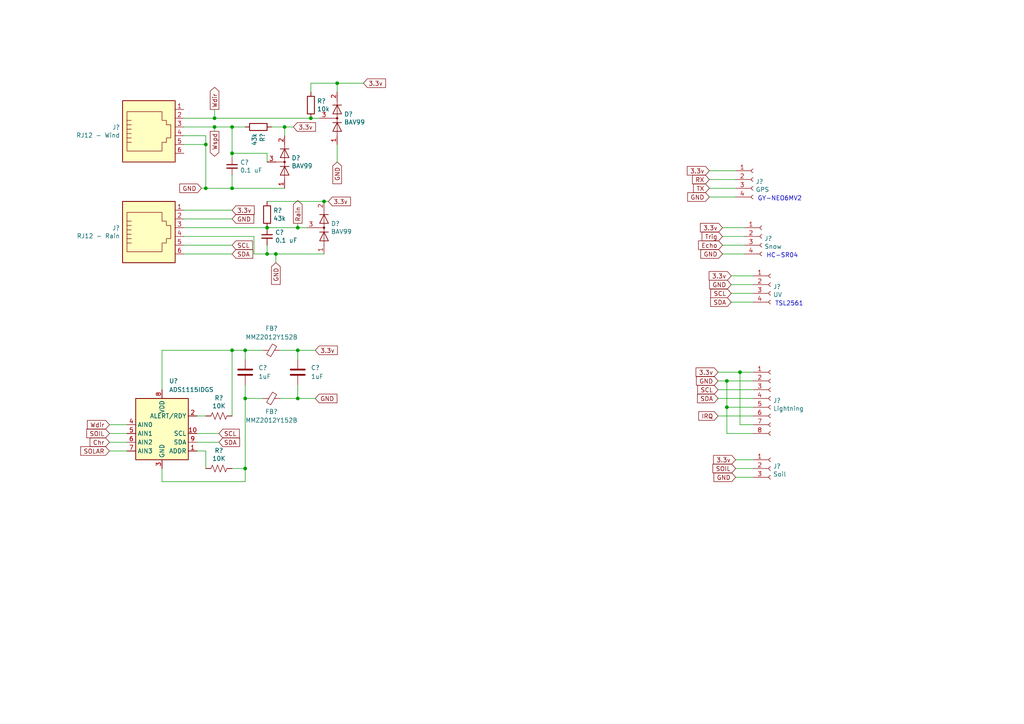
<source format=kicad_sch>
(kicad_sch (version 20211123) (generator eeschema)
  (paper "A4")
  (lib_symbols
    (symbol "Analog_ADC:ADS1115IDGS"
      (property "Reference" "U" (at 2.54 13.97 0))
      (property "Value" "ADS1115IDGS" (at 7.62 11.43 0))
      (symbol "ADS1115IDGS_0_1"
        (rectangle (start -7.62 10.16) (end 7.62 -7.62) (stroke (width 0.254)) (fill (type background)))
      )
      (symbol "ADS1115IDGS_1_1"
        (pin input line (at 10.16 -5.08 180) (length 2.54) (name "ADDR") (number "1"))
        (pin input line (at 10.16 0 180) (length 2.54) (name "SCL") (number "10"))
        (pin output line (at 10.16 5.08 180) (length 2.54) (name "ALERT/RDY") (number "2"))
        (pin power_in line (at 0 -10.16 90) (length 2.54) (name "GND") (number "3"))
        (pin input line (at -10.16 2.54 0) (length 2.54) (name "AIN0") (number "4"))
        (pin input line (at -10.16 0 0) (length 2.54) (name "AIN1") (number "5"))
        (pin input line (at -10.16 -2.54 0) (length 2.54) (name "AIN2") (number "6"))
        (pin input line (at -10.16 -5.08 0) (length 2.54) (name "AIN3") (number "7"))
        (pin power_in line (at 0 12.7 270) (length 2.54) (name "VDD") (number "8"))
        (pin bidirectional line (at 10.16 -2.54 180) (length 2.54) (name "SDA") (number "9"))
      )
    )
    (symbol "Connector:Conn_01x03_Female" (pin_names (offset 1.016) hide)
      (property "Reference" "J" (at 0 5.08 0))
      (property "Value" "Conn_01x03_Female" (at 0 -5.08 0))
      (symbol "Conn_01x03_Female_1_1"
        (arc (start 0 -2.032) (mid -0.508 -2.54) (end 0 -3.048) (stroke (width 0.1524)))
        (polyline (pts (xy -1.27 -2.54) (xy -0.508 -2.54)) (stroke (width 0.1524)))
        (polyline (pts (xy -1.27 0) (xy -0.508 0)) (stroke (width 0.1524)))
        (polyline (pts (xy -1.27 2.54) (xy -0.508 2.54)) (stroke (width 0.1524)))
        (arc (start 0 0.508) (mid -0.508 0) (end 0 -0.508) (stroke (width 0.1524)))
        (arc (start 0 3.048) (mid -0.508 2.54) (end 0 2.032) (stroke (width 0.1524)))
        (pin passive line (at -5.08 2.54 0) (length 3.81) (name "Pin_1") (number "1"))
        (pin passive line (at -5.08 0 0) (length 3.81) (name "Pin_2") (number "2"))
        (pin passive line (at -5.08 -2.54 0) (length 3.81) (name "Pin_3") (number "3"))
      )
    )
    (symbol "Connector:Conn_01x04_Female" (pin_names (offset 1.016) hide)
      (property "Reference" "J" (at 0 5.08 0))
      (property "Value" "Conn_01x04_Female" (at 0 -7.62 0))
      (symbol "Conn_01x04_Female_1_1"
        (arc (start 0 -4.572) (mid -0.508 -5.08) (end 0 -5.588) (stroke (width 0.1524)))
        (arc (start 0 -2.032) (mid -0.508 -2.54) (end 0 -3.048) (stroke (width 0.1524)))
        (polyline (pts (xy -1.27 -5.08) (xy -0.508 -5.08)) (stroke (width 0.1524)))
        (polyline (pts (xy -1.27 -2.54) (xy -0.508 -2.54)) (stroke (width 0.1524)))
        (polyline (pts (xy -1.27 0) (xy -0.508 0)) (stroke (width 0.1524)))
        (polyline (pts (xy -1.27 2.54) (xy -0.508 2.54)) (stroke (width 0.1524)))
        (arc (start 0 0.508) (mid -0.508 0) (end 0 -0.508) (stroke (width 0.1524)))
        (arc (start 0 3.048) (mid -0.508 2.54) (end 0 2.032) (stroke (width 0.1524)))
        (pin passive line (at -5.08 2.54 0) (length 3.81) (name "Pin_1") (number "1"))
        (pin passive line (at -5.08 0 0) (length 3.81) (name "Pin_2") (number "2"))
        (pin passive line (at -5.08 -2.54 0) (length 3.81) (name "Pin_3") (number "3"))
        (pin passive line (at -5.08 -5.08 0) (length 3.81) (name "Pin_4") (number "4"))
      )
    )
    (symbol "Connector:Conn_01x08_Female" (pin_names (offset 1.016) hide)
      (property "Reference" "J" (at 0 10.16 0))
      (property "Value" "Conn_01x08_Female" (at 0 -12.7 0))
      (symbol "Conn_01x08_Female_1_1"
        (arc (start 0 -9.652) (mid -0.508 -10.16) (end 0 -10.668) (stroke (width 0.1524)))
        (arc (start 0 -7.112) (mid -0.508 -7.62) (end 0 -8.128) (stroke (width 0.1524)))
        (arc (start 0 -4.572) (mid -0.508 -5.08) (end 0 -5.588) (stroke (width 0.1524)))
        (arc (start 0 -2.032) (mid -0.508 -2.54) (end 0 -3.048) (stroke (width 0.1524)))
        (polyline (pts (xy -1.27 -10.16) (xy -0.508 -10.16)) (stroke (width 0.1524)))
        (polyline (pts (xy -1.27 -7.62) (xy -0.508 -7.62)) (stroke (width 0.1524)))
        (polyline (pts (xy -1.27 -5.08) (xy -0.508 -5.08)) (stroke (width 0.1524)))
        (polyline (pts (xy -1.27 -2.54) (xy -0.508 -2.54)) (stroke (width 0.1524)))
        (polyline (pts (xy -1.27 0) (xy -0.508 0)) (stroke (width 0.1524)))
        (polyline (pts (xy -1.27 2.54) (xy -0.508 2.54)) (stroke (width 0.1524)))
        (polyline (pts (xy -1.27 5.08) (xy -0.508 5.08)) (stroke (width 0.1524)))
        (polyline (pts (xy -1.27 7.62) (xy -0.508 7.62)) (stroke (width 0.1524)))
        (arc (start 0 0.508) (mid -0.508 0) (end 0 -0.508) (stroke (width 0.1524)))
        (arc (start 0 3.048) (mid -0.508 2.54) (end 0 2.032) (stroke (width 0.1524)))
        (arc (start 0 5.588) (mid -0.508 5.08) (end 0 4.572) (stroke (width 0.1524)))
        (arc (start 0 8.128) (mid -0.508 7.62) (end 0 7.112) (stroke (width 0.1524)))
        (pin passive line (at -5.08 7.62 0) (length 3.81) (name "Pin_1") (number "1"))
        (pin passive line (at -5.08 5.08 0) (length 3.81) (name "Pin_2") (number "2"))
        (pin passive line (at -5.08 2.54 0) (length 3.81) (name "Pin_3") (number "3"))
        (pin passive line (at -5.08 0 0) (length 3.81) (name "Pin_4") (number "4"))
        (pin passive line (at -5.08 -2.54 0) (length 3.81) (name "Pin_5") (number "5"))
        (pin passive line (at -5.08 -5.08 0) (length 3.81) (name "Pin_6") (number "6"))
        (pin passive line (at -5.08 -7.62 0) (length 3.81) (name "Pin_7") (number "7"))
        (pin passive line (at -5.08 -10.16 0) (length 3.81) (name "Pin_8") (number "8"))
      )
    )
    (symbol "Connector:RJ12" (pin_names (offset 1.016))
      (property "Reference" "J" (at -5.08 11.43 0))
      (property "Value" "RJ12" (at 2.54 11.43 0))
      (symbol "RJ12_0_1"
        (polyline (pts (xy -6.35 -1.905) (xy -5.08 -1.905) (xy -5.08 -1.905)))
        (polyline (pts (xy -6.35 -0.635) (xy -5.08 -0.635) (xy -5.08 -0.635)))
        (polyline (pts (xy -6.35 0.635) (xy -5.08 0.635) (xy -5.08 0.635)))
        (polyline (pts (xy -6.35 1.905) (xy -5.08 1.905) (xy -5.08 1.905)))
        (polyline (pts (xy -6.35 3.175) (xy -5.08 3.175) (xy -5.08 3.175)))
        (polyline (pts (xy -5.08 4.445) (xy -6.35 4.445) (xy -6.35 4.445)))
        (polyline (pts (xy -6.35 -4.445) (xy -6.35 6.985) (xy 3.81 6.985) (xy 3.81 4.445) (xy 5.08 4.445) (xy 5.08 3.175) (xy 6.35 3.175) (xy 6.35 -0.635) (xy 5.08 -0.635) (xy 5.08 -1.905) (xy 3.81 -1.905) (xy 3.81 -4.445) (xy -6.35 -4.445) (xy -6.35 -4.445)))
        (rectangle (start 7.62 10.16) (end -7.62 -7.62) (stroke (width 0.254)) (fill (type background)))
      )
      (symbol "RJ12_1_1"
        (pin passive line (at 10.16 -5.08 180) (length 2.54) (name "~") (number "1"))
        (pin passive line (at 10.16 -2.54 180) (length 2.54) (name "~") (number "2"))
        (pin passive line (at 10.16 0 180) (length 2.54) (name "~") (number "3"))
        (pin passive line (at 10.16 2.54 180) (length 2.54) (name "~") (number "4"))
        (pin passive line (at 10.16 5.08 180) (length 2.54) (name "~") (number "5"))
        (pin passive line (at 10.16 7.62 180) (length 2.54) (name "~") (number "6"))
      )
    )
    (symbol "Device:C" (pin_numbers hide) (pin_names (offset 0.254))
      (property "Reference" "C" (at 0.635 2.54 0))
      (property "Value" "C" (at 0.635 -2.54 0))
      (symbol "C_0_1"
        (polyline (pts (xy -2.032 -0.762) (xy 2.032 -0.762)) (stroke (width 0.508)))
        (polyline (pts (xy -2.032 0.762) (xy 2.032 0.762)) (stroke (width 0.508)))
      )
      (symbol "C_1_1"
        (pin passive line (at 0 3.81 270) (length 2.794) (name "~") (number "1"))
        (pin passive line (at 0 -3.81 90) (length 2.794) (name "~") (number "2"))
      )
    )
    (symbol "Device:C_Small" (pin_numbers hide) (pin_names (offset 0.254) hide)
      (property "Reference" "C" (at 0.254 1.778 0))
      (property "Value" "C_Small" (at 0.254 -2.032 0))
      (symbol "C_Small_0_1"
        (polyline (pts (xy -1.524 -0.508) (xy 1.524 -0.508)) (stroke (width 0.3302)))
        (polyline (pts (xy -1.524 0.508) (xy 1.524 0.508)) (stroke (width 0.3048)))
      )
      (symbol "C_Small_1_1"
        (pin passive line (at 0 2.54 270) (length 2.032) (name "~") (number "1"))
        (pin passive line (at 0 -2.54 90) (length 2.032) (name "~") (number "2"))
      )
    )
    (symbol "Device:FerriteBead_Small" (pin_numbers hide) (pin_names (offset 0))
      (property "Reference" "FB" (at 1.905 1.27 0))
      (property "Value" "FerriteBead_Small" (at 1.905 -1.27 0))
      (symbol "FerriteBead_Small_0_1"
        (polyline (pts (xy 0 -1.27) (xy 0 -0.7874)))
        (polyline (pts (xy 0 0.889) (xy 0 1.2954)))
        (polyline (pts (xy -1.8288 0.2794) (xy -1.1176 1.4986) (xy 1.8288 -0.2032) (xy 1.1176 -1.4224) (xy -1.8288 0.2794)))
      )
      (symbol "FerriteBead_Small_1_1"
        (pin passive line (at 0 2.54 270) (length 1.27) (name "~") (number "1"))
        (pin passive line (at 0 -2.54 90) (length 1.27) (name "~") (number "2"))
      )
    )
    (symbol "Device:R" (pin_numbers hide) (pin_names (offset 0))
      (property "Reference" "R" (at 2.032 0 90))
      (property "Value" "R" (at 0 0 90))
      (symbol "R_0_1"
        (rectangle (start -1.016 -2.54) (end 1.016 2.54) (stroke (width 0.254)))
      )
      (symbol "R_1_1"
        (pin passive line (at 0 3.81 270) (length 1.27) (name "~") (number "1"))
        (pin passive line (at 0 -3.81 90) (length 1.27) (name "~") (number "2"))
      )
    )
    (symbol "Device:R_US" (pin_numbers hide) (pin_names (offset 0))
      (property "Reference" "R" (at 2.54 0 90))
      (property "Value" "R_US" (at -2.54 0 90))
      (symbol "R_US_0_1"
        (polyline (pts (xy 0 -2.286) (xy 0 -2.54)))
        (polyline (pts (xy 0 2.286) (xy 0 2.54)))
        (polyline (pts (xy 0 -0.762) (xy 1.016 -1.143) (xy 0 -1.524) (xy -1.016 -1.905) (xy 0 -2.286)))
        (polyline (pts (xy 0 0.762) (xy 1.016 0.381) (xy 0 0) (xy -1.016 -0.381) (xy 0 -0.762)))
        (polyline (pts (xy 0 2.286) (xy 1.016 1.905) (xy 0 1.524) (xy -1.016 1.143) (xy 0 0.762)))
      )
      (symbol "R_US_1_1"
        (pin passive line (at 0 3.81 270) (length 1.27) (name "~") (number "1"))
        (pin passive line (at 0 -3.81 90) (length 1.27) (name "~") (number "2"))
      )
    )
    (symbol "Diode:BAV99" (pin_names hide)
      (property "Reference" "D" (at 0 5.08 0))
      (property "Value" "BAV99" (at 0 2.54 0))
      (symbol "BAV99_0_1"
        (polyline (pts (xy -5.08 0) (xy 5.08 0)))
      )
      (symbol "BAV99_1_1"
        (polyline (pts (xy 0 0) (xy 0 -2.54)))
        (polyline (pts (xy -1.27 -1.27) (xy -1.27 1.27) (xy -1.27 1.27)) (stroke (width 0.2032)))
        (polyline (pts (xy 3.81 1.27) (xy 3.81 -1.27) (xy 3.81 -1.27)) (stroke (width 0.2032)))
        (polyline (pts (xy -3.81 1.27) (xy -1.27 0) (xy -3.81 -1.27) (xy -3.81 1.27) (xy -3.81 1.27) (xy -3.81 1.27)) (stroke (width 0.2032)))
        (polyline (pts (xy 1.27 1.27) (xy 3.81 0) (xy 1.27 -1.27) (xy 1.27 1.27) (xy 1.27 1.27) (xy 1.27 1.27)) (stroke (width 0.2032)))
        (circle (center 0 0) (radius 0.254) (fill (type outline)))
        (pin passive line (at -7.62 0 0) (length 2.54) (name "K") (number "1"))
        (pin passive line (at 7.62 0 180) (length 2.54) (name "A") (number "2"))
        (pin passive line (at 0 -5.08 90) (length 2.54) (name "K") (number "3"))
      )
    )
  )
  (junction (at 62.23 34.29))
  (junction (at 71.12 135.89))
  (junction (at 71.12 115.57))
  (junction (at 67.31 36.83))
  (junction (at 67.31 44.45))
  (junction (at 90.17 34.29))
  (junction (at 62.23 36.83))
  (junction (at 77.47 73.66))
  (junction (at 93.98 58.42))
  (junction (at 86.36 66.04))
  (junction (at 80.01 73.66))
  (junction (at 67.31 54.61))
  (junction (at 210.82 110.49))
  (junction (at 59.69 41.91))
  (junction (at 77.47 66.04))
  (junction (at 82.55 36.83))
  (junction (at 71.12 101.6))
  (junction (at 86.36 115.57))
  (junction (at 59.69 54.61))
  (junction (at 210.82 118.11))
  (junction (at 67.31 101.6))
  (junction (at 97.79 24.13))
  (junction (at 214.63 107.95))
  (junction (at 86.36 101.6))
  (wire (pts (xy 59.69 41.91) (xy 59.69 54.61)))
  (wire (pts (xy 71.12 101.6) (xy 67.31 101.6)))
  (wire (pts (xy 62.23 34.29) (xy 90.17 34.29)))
  (wire (pts (xy 208.28 107.95) (xy 214.63 107.95)))
  (wire (pts (xy 210.82 110.49) (xy 218.44 110.49)))
  (wire (pts (xy 73.66 73.66) (xy 77.47 73.66)))
  (wire (pts (xy 73.66 68.58) (xy 73.66 73.66)))
  (wire (pts (xy 208.28 110.49) (xy 210.82 110.49)))
  (wire (pts (xy 80.01 73.66) (xy 93.98 73.66)))
  (wire (pts (xy 76.2 101.6) (xy 71.12 101.6)))
  (wire (pts (xy 53.34 34.29) (xy 62.23 34.29)))
  (wire (pts (xy 82.55 36.83) (xy 82.55 39.37)))
  (wire (pts (xy 86.36 66.04) (xy 77.47 66.04)))
  (wire (pts (xy 57.15 128.27) (xy 63.5 128.27)))
  (wire (pts (xy 67.31 44.45) (xy 67.31 45.72)))
  (wire (pts (xy 209.55 66.04) (xy 215.9 66.04)))
  (wire (pts (xy 59.69 54.61) (xy 67.31 54.61)))
  (wire (pts (xy 53.34 71.12) (xy 67.31 71.12)))
  (wire (pts (xy 212.09 82.55) (xy 218.44 82.55)))
  (wire (pts (xy 210.82 125.73) (xy 218.44 125.73)))
  (wire (pts (xy 57.15 130.81) (xy 59.69 130.81)))
  (wire (pts (xy 205.74 54.61) (xy 213.36 54.61)))
  (wire (pts (xy 31.75 130.81) (xy 36.83 130.81)))
  (wire (pts (xy 205.74 49.53) (xy 213.36 49.53)))
  (wire (pts (xy 88.9 66.04) (xy 86.36 66.04)))
  (wire (pts (xy 209.55 71.12) (xy 215.9 71.12)))
  (wire (pts (xy 67.31 63.5) (xy 53.34 63.5)))
  (wire (pts (xy 214.63 107.95) (xy 214.63 123.19)))
  (wire (pts (xy 67.31 36.83) (xy 71.12 36.83)))
  (wire (pts (xy 81.28 115.57) (xy 86.36 115.57)))
  (wire (pts (xy 67.31 54.61) (xy 82.55 54.61)))
  (wire (pts (xy 93.98 58.42) (xy 95.25 58.42)))
  (wire (pts (xy 218.44 113.03) (xy 208.28 113.03)))
  (wire (pts (xy 215.9 68.58) (xy 209.55 68.58)))
  (wire (pts (xy 97.79 24.13) (xy 105.41 24.13)))
  (wire (pts (xy 77.47 73.66) (xy 77.47 71.12)))
  (wire (pts (xy 31.75 123.19) (xy 36.83 123.19)))
  (wire (pts (xy 67.31 135.89) (xy 71.12 135.89)))
  (wire (pts (xy 53.34 36.83) (xy 62.23 36.83)))
  (wire (pts (xy 59.69 54.61) (xy 58.42 54.61)))
  (wire (pts (xy 71.12 135.89) (xy 71.12 115.57)))
  (wire (pts (xy 212.09 87.63) (xy 218.44 87.63)))
  (wire (pts (xy 90.17 24.13) (xy 97.79 24.13)))
  (wire (pts (xy 77.47 44.45) (xy 77.47 46.99)))
  (wire (pts (xy 67.31 44.45) (xy 77.47 44.45)))
  (wire (pts (xy 62.23 31.75) (xy 62.23 34.29)))
  (wire (pts (xy 92.71 34.29) (xy 90.17 34.29)))
  (wire (pts (xy 62.23 36.83) (xy 67.31 36.83)))
  (wire (pts (xy 208.28 115.57) (xy 218.44 115.57)))
  (wire (pts (xy 218.44 80.01) (xy 212.09 80.01)))
  (wire (pts (xy 71.12 101.6) (xy 71.12 104.14)))
  (wire (pts (xy 59.69 130.81) (xy 59.69 135.89)))
  (wire (pts (xy 218.44 133.35) (xy 213.36 133.35)))
  (wire (pts (xy 67.31 101.6) (xy 67.31 120.65)))
  (wire (pts (xy 80.01 73.66) (xy 80.01 76.2)))
  (wire (pts (xy 86.36 111.76) (xy 86.36 115.57)))
  (wire (pts (xy 31.75 128.27) (xy 36.83 128.27)))
  (wire (pts (xy 210.82 118.11) (xy 218.44 118.11)))
  (wire (pts (xy 46.99 139.7) (xy 71.12 139.7)))
  (wire (pts (xy 86.36 115.57) (xy 91.44 115.57)))
  (wire (pts (xy 214.63 107.95) (xy 218.44 107.95)))
  (wire (pts (xy 53.34 68.58) (xy 73.66 68.58)))
  (wire (pts (xy 97.79 26.67) (xy 97.79 24.13)))
  (wire (pts (xy 31.75 125.73) (xy 36.83 125.73)))
  (wire (pts (xy 213.36 138.43) (xy 218.44 138.43)))
  (wire (pts (xy 53.34 39.37) (xy 59.69 39.37)))
  (wire (pts (xy 67.31 36.83) (xy 67.31 44.45)))
  (wire (pts (xy 213.36 135.89) (xy 218.44 135.89)))
  (wire (pts (xy 213.36 57.15) (xy 205.74 57.15)))
  (wire (pts (xy 46.99 101.6) (xy 46.99 113.03)))
  (wire (pts (xy 218.44 120.65) (xy 208.28 120.65)))
  (wire (pts (xy 218.44 85.09) (xy 212.09 85.09)))
  (wire (pts (xy 86.36 101.6) (xy 91.44 101.6)))
  (wire (pts (xy 213.36 52.07) (xy 205.74 52.07)))
  (wire (pts (xy 215.9 73.66) (xy 209.55 73.66)))
  (wire (pts (xy 71.12 115.57) (xy 71.12 111.76)))
  (wire (pts (xy 62.23 38.1) (xy 62.23 36.83)))
  (wire (pts (xy 77.47 58.42) (xy 93.98 58.42)))
  (wire (pts (xy 210.82 118.11) (xy 210.82 110.49)))
  (wire (pts (xy 214.63 123.19) (xy 218.44 123.19)))
  (wire (pts (xy 71.12 139.7) (xy 71.12 135.89)))
  (wire (pts (xy 85.09 36.83) (xy 82.55 36.83)))
  (wire (pts (xy 59.69 39.37) (xy 59.69 41.91)))
  (wire (pts (xy 67.31 50.8) (xy 67.31 54.61)))
  (wire (pts (xy 46.99 135.89) (xy 46.99 139.7)))
  (wire (pts (xy 53.34 41.91) (xy 59.69 41.91)))
  (wire (pts (xy 210.82 125.73) (xy 210.82 118.11)))
  (wire (pts (xy 57.15 120.65) (xy 59.69 120.65)))
  (wire (pts (xy 78.74 36.83) (xy 82.55 36.83)))
  (wire (pts (xy 86.36 104.14) (xy 86.36 101.6)))
  (wire (pts (xy 86.36 64.77) (xy 86.36 66.04)))
  (wire (pts (xy 53.34 73.66) (xy 67.31 73.66)))
  (wire (pts (xy 53.34 60.96) (xy 67.31 60.96)))
  (wire (pts (xy 90.17 26.67) (xy 90.17 24.13)))
  (wire (pts (xy 76.2 115.57) (xy 71.12 115.57)))
  (wire (pts (xy 57.15 125.73) (xy 63.5 125.73)))
  (wire (pts (xy 67.31 101.6) (xy 46.99 101.6)))
  (wire (pts (xy 53.34 66.04) (xy 77.47 66.04)))
  (wire (pts (xy 97.79 46.99) (xy 97.79 41.91)))
  (wire (pts (xy 77.47 73.66) (xy 80.01 73.66)))
  (wire (pts (xy 81.28 101.6) (xy 86.36 101.6)))
  (text "TSL2561" (at 224.79 88.9 0) (effects (font (size 1.27 1.27)) (justify left bottom)))
  (text "GY-NEO6MV2" (at 219.71 58.42 0) (effects (font (size 1.27 1.27)) (justify left bottom)))
  (text "HC-SR04" (at 222.25 74.93 0) (effects (font (size 1.27 1.27)) (justify left bottom)))
  (global_label "Rain" (shape output) (at 86.36 64.77 90) (property "Intersheet References" "${INTERSHEET_REFS}" (effects hide)))
  (global_label "Trig" (shape input) (at 209.55 68.58 180) (property "Intersheet References" "${INTERSHEET_REFS}" (effects hide)))
  (global_label "GND" (shape input) (at 205.74 57.15 180) (property "Intersheet References" "${INTERSHEET_REFS}" (effects hide)))
  (global_label "SOIL" (shape input) (at 213.36 135.89 180) (property "Intersheet References" "${INTERSHEET_REFS}" (effects hide)))
  (global_label "SDA" (shape input) (at 67.31 73.66 0) (property "Intersheet References" "${INTERSHEET_REFS}" (effects hide)))
  (global_label "GND" (shape input) (at 213.36 138.43 180) (property "Intersheet References" "${INTERSHEET_REFS}" (effects hide)))
  (global_label "GND" (shape input) (at 58.42 54.61 180) (property "Intersheet References" "${INTERSHEET_REFS}" (effects hide)))
  (global_label "GND" (shape input) (at 212.09 82.55 180) (property "Intersheet References" "${INTERSHEET_REFS}" (effects hide)))
  (global_label "Chr" (shape input) (at 31.75 128.27 180) (property "Intersheet References" "${INTERSHEET_REFS}" (effects hide)))
  (global_label "3.3v" (shape input) (at 205.74 49.53 180) (property "Intersheet References" "${INTERSHEET_REFS}" (effects hide)))
  (global_label "GND" (shape input) (at 91.44 115.57 0) (property "Intersheet References" "${INTERSHEET_REFS}" (effects hide)))
  (global_label "GND" (shape input) (at 209.55 73.66 180) (property "Intersheet References" "${INTERSHEET_REFS}" (effects hide)))
  (global_label "Wdir" (shape output) (at 62.23 31.75 90) (property "Intersheet References" "${INTERSHEET_REFS}" (effects hide)))
  (global_label "GND" (shape input) (at 80.01 76.2 270) (property "Intersheet References" "${INTERSHEET_REFS}" (effects hide)))
  (global_label "SCL" (shape input) (at 212.09 85.09 180) (property "Intersheet References" "${INTERSHEET_REFS}" (effects hide)))
  (global_label "GND" (shape input) (at 97.79 46.99 270) (property "Intersheet References" "${INTERSHEET_REFS}" (effects hide)))
  (global_label "3.3v" (shape input) (at 209.55 66.04 180) (property "Intersheet References" "${INTERSHEET_REFS}" (effects hide)))
  (global_label "Wdir" (shape input) (at 31.75 123.19 180) (property "Intersheet References" "${INTERSHEET_REFS}" (effects hide)))
  (global_label "SCL" (shape input) (at 63.5 125.73 0) (property "Intersheet References" "${INTERSHEET_REFS}" (effects hide)))
  (global_label "GND" (shape input) (at 208.28 110.49 180) (property "Intersheet References" "${INTERSHEET_REFS}" (effects hide)))
  (global_label "IRQ" (shape input) (at 208.28 120.65 180) (property "Intersheet References" "${INTERSHEET_REFS}" (effects hide)))
  (global_label "RX" (shape input) (at 205.74 52.07 180) (property "Intersheet References" "${INTERSHEET_REFS}" (effects hide)))
  (global_label "3.3v" (shape input) (at 95.25 58.42 0) (property "Intersheet References" "${INTERSHEET_REFS}" (effects hide)))
  (global_label "SOIL" (shape input) (at 31.75 125.73 180) (property "Intersheet References" "${INTERSHEET_REFS}" (effects hide)))
  (global_label "SCL" (shape input) (at 208.28 113.03 180) (property "Intersheet References" "${INTERSHEET_REFS}" (effects hide)))
  (global_label "3.3v" (shape input) (at 213.36 133.35 180) (property "Intersheet References" "${INTERSHEET_REFS}" (effects hide)))
  (global_label "3.3v" (shape input) (at 85.09 36.83 0) (property "Intersheet References" "${INTERSHEET_REFS}" (effects hide)))
  (global_label "3.3v" (shape input) (at 91.44 101.6 0) (property "Intersheet References" "${INTERSHEET_REFS}" (effects hide)))
  (global_label "3.3v" (shape input) (at 208.28 107.95 180) (property "Intersheet References" "${INTERSHEET_REFS}" (effects hide)))
  (global_label "3.3v" (shape input) (at 105.41 24.13 0) (property "Intersheet References" "${INTERSHEET_REFS}" (effects hide)))
  (global_label "3.3v" (shape input) (at 67.31 60.96 0) (property "Intersheet References" "${INTERSHEET_REFS}" (effects hide)))
  (global_label "GND" (shape input) (at 67.31 63.5 0) (property "Intersheet References" "${INTERSHEET_REFS}" (effects hide)))
  (global_label "SOLAR" (shape input) (at 31.75 130.81 180) (property "Intersheet References" "${INTERSHEET_REFS}" (effects hide)))
  (global_label "SDA" (shape input) (at 63.5 128.27 0) (property "Intersheet References" "${INTERSHEET_REFS}" (effects hide)))
  (global_label "TX" (shape input) (at 205.74 54.61 180) (property "Intersheet References" "${INTERSHEET_REFS}" (effects hide)))
  (global_label "SCL" (shape input) (at 67.31 71.12 0) (property "Intersheet References" "${INTERSHEET_REFS}" (effects hide)))
  (global_label "3.3v" (shape input) (at 212.09 80.01 180) (property "Intersheet References" "${INTERSHEET_REFS}" (effects hide)))
  (global_label "Wspd" (shape output) (at 62.23 38.1 270) (property "Intersheet References" "${INTERSHEET_REFS}" (effects hide)))
  (global_label "SDA" (shape input) (at 208.28 115.57 180) (property "Intersheet References" "${INTERSHEET_REFS}" (effects hide)))
  (global_label "SDA" (shape input) (at 212.09 87.63 180) (property "Intersheet References" "${INTERSHEET_REFS}" (effects hide)))
  (global_label "Echo" (shape input) (at 209.55 71.12 180) (property "Intersheet References" "${INTERSHEET_REFS}" (effects hide)))
  (symbol (lib_id "Device:C_Small") (at 67.31 48.26 0) (unit 1)
    (property "Reference" "C?" (at 69.6468 47.0916 0) (effects (justify left)))
    (property "Value" "0.1 uF" (at 69.6468 49.403 0) (effects (justify left)))
    (property "Footprint" "Capacitor_SMD:C_1206_3216Metric_Pad1.33x1.80mm_HandSolder" (effects hide))
  )
  (symbol (lib_id "Diode:BAV99") (at 97.79 34.29 270) (mirror x) (unit 1)
    (property "Reference" "D?" (at 99.7966 33.1216 90) (effects (justify left)))
    (property "Value" "BAV99" (at 99.7966 35.433 90) (effects (justify left)))
    (property "Footprint" "Package_TO_SOT_SMD:SOT-23" (effects hide))
    (property "Datasheet" "https://assets.nexperia.com/documents/data-sheet/BAV99_SER.pdf" (effects hide))
  )
  (symbol (lib_id "Connector:Conn_01x08_Female") (at 223.52 115.57 0) (unit 1)
    (property "Reference" "J?" (at 224.2312 116.1796 0) (effects (justify left)))
    (property "Value" "Lightning" (at 224.2312 118.491 0) (effects (justify left)))
    (property "Footprint" "Connector_PinSocket_2.54mm:PinSocket_1x08_P2.54mm_Vertical" (effects hide))
  )
  (symbol (lib_id "Device:FerriteBead_Small") (at 78.74 115.57 270) (unit 1)
    (property "Reference" "FB?" (at 78.74 119.38 90))
    (property "Value" "MMZ2012Y152B" (at 78.74 121.92 90))
  )
  (symbol (lib_id "Analog_ADC:ADS1115IDGS") (at 46.99 125.73 0) (unit 1)
    (property "Reference" "U?" (at 49.0094 110.49 0) (effects (justify left)))
    (property "Value" "ADS1115IDGS" (at 49.0094 113.03 0) (effects (justify left)))
    (property "Footprint" "Package_SO:TSSOP-10_3x3mm_P0.5mm" (effects hide))
    (property "Datasheet" "http://www.ti.com/lit/ds/symlink/ads1113.pdf" (effects hide))
  )
  (symbol (lib_id "Device:R_US") (at 63.5 135.89 270) (unit 1)
    (property "Reference" "R?" (at 63.5 130.683 90))
    (property "Value" "10K" (at 63.5 132.9944 90))
    (property "Footprint" "Resistor_SMD:R_1206_3216Metric_Pad1.30x1.75mm_HandSolder" (effects hide))
  )
  (symbol (lib_id "Device:C") (at 71.12 107.95 0) (unit 1)
    (property "Reference" "C?" (at 74.93 106.6799 0) (effects (justify left)))
    (property "Value" "1uF" (at 74.93 109.2199 0) (effects (justify left)))
  )
  (symbol (lib_id "Device:R") (at 74.93 36.83 270) (unit 1)
    (property "Reference" "R?" (at 76.0984 38.608 0) (effects (justify left)))
    (property "Value" "43k" (at 73.787 38.608 0) (effects (justify left)))
    (property "Footprint" "Resistor_SMD:R_1206_3216Metric_Pad1.30x1.75mm_HandSolder" (effects hide))
  )
  (symbol (lib_id "Connector:RJ12") (at 43.18 36.83 0) (mirror x) (unit 1)
    (property "Reference" "J?" (at 34.8234 36.9316 0) (effects (justify right)))
    (property "Value" "RJ12 - Wind" (at 34.8234 39.243 0) (effects (justify right)))
    (property "Footprint" "Connector_RJ:RJ12_Amphenol_54601" (effects hide))
  )
  (symbol (lib_id "Diode:BAV99") (at 93.98 66.04 270) (mirror x) (unit 1)
    (property "Reference" "D?" (at 95.9866 64.8716 90) (effects (justify left)))
    (property "Value" "BAV99" (at 95.9866 67.183 90) (effects (justify left)))
    (property "Footprint" "Package_TO_SOT_SMD:SOT-23" (effects hide))
    (property "Datasheet" "https://assets.nexperia.com/documents/data-sheet/BAV99_SER.pdf" (effects hide))
  )
  (symbol (lib_id "Device:R") (at 77.47 62.23 0) (unit 1)
    (property "Reference" "R?" (at 79.248 61.0616 0) (effects (justify left)))
    (property "Value" "43k" (at 79.248 63.373 0) (effects (justify left)))
    (property "Footprint" "Resistor_SMD:R_1206_3216Metric_Pad1.30x1.75mm_HandSolder" (effects hide))
  )
  (symbol (lib_id "Diode:BAV99") (at 82.55 46.99 270) (mirror x) (unit 1)
    (property "Reference" "D?" (at 84.5566 45.8216 90) (effects (justify left)))
    (property "Value" "BAV99" (at 84.5566 48.133 90) (effects (justify left)))
    (property "Footprint" "Package_TO_SOT_SMD:SOT-23" (effects hide))
    (property "Datasheet" "https://assets.nexperia.com/documents/data-sheet/BAV99_SER.pdf" (effects hide))
  )
  (symbol (lib_id "Connector:RJ12") (at 43.18 66.04 0) (mirror x) (unit 1)
    (property "Reference" "J?" (at 34.798 66.1416 0) (effects (justify right)))
    (property "Value" "RJ12 - Rain" (at 34.798 68.453 0) (effects (justify right)))
    (property "Footprint" "Connector_RJ:RJ12_Amphenol_54601" (effects hide))
  )
  (symbol (lib_id "Connector:Conn_01x03_Female") (at 223.52 135.89 0) (unit 1)
    (property "Reference" "J?" (at 224.2312 135.2296 0) (effects (justify left)))
    (property "Value" "Soil" (at 224.2312 137.541 0) (effects (justify left)))
    (property "Footprint" "TerminalBlock:TerminalBlock_Altech_AK300-3_P5.00mm" (effects hide))
  )
  (symbol (lib_id "Device:FerriteBead_Small") (at 78.74 101.6 270) (unit 1)
    (property "Reference" "FB?" (at 78.7781 95.25 90))
    (property "Value" "MMZ2012Y152B" (at 78.7781 97.79 90))
  )
  (symbol (lib_id "Device:C") (at 86.36 107.95 0) (unit 1)
    (property "Reference" "C?" (at 90.17 106.6799 0) (effects (justify left)))
    (property "Value" "1uF" (at 90.17 109.2199 0) (effects (justify left)))
  )
  (symbol (lib_id "Connector:Conn_01x04_Female") (at 220.98 68.58 0) (unit 1)
    (property "Reference" "J?" (at 221.6912 69.1896 0) (effects (justify left)))
    (property "Value" "Snow" (at 221.6912 71.501 0) (effects (justify left)))
    (property "Footprint" "Connector_PinSocket_2.54mm:PinSocket_1x04_P2.54mm_Vertical" (effects hide))
  )
  (symbol (lib_id "Connector:Conn_01x04_Female") (at 223.52 82.55 0) (unit 1)
    (property "Reference" "J?" (at 224.2312 83.1596 0) (effects (justify left)))
    (property "Value" "UV" (at 224.2312 85.471 0) (effects (justify left)))
    (property "Footprint" "Connector_PinSocket_2.54mm:PinSocket_1x04_P2.54mm_Vertical" (effects hide))
  )
  (symbol (lib_id "Device:C_Small") (at 77.47 68.58 0) (unit 1)
    (property "Reference" "C?" (at 79.8068 67.4116 0) (effects (justify left)))
    (property "Value" "0.1 uF" (at 79.8068 69.723 0) (effects (justify left)))
    (property "Footprint" "Capacitor_SMD:C_1206_3216Metric_Pad1.33x1.80mm_HandSolder" (effects hide))
  )
  (symbol (lib_id "Device:R_US") (at 63.5 120.65 270) (unit 1)
    (property "Reference" "R?" (at 63.5 115.443 90))
    (property "Value" "10K" (at 63.5 117.7544 90))
    (property "Footprint" "Resistor_SMD:R_1206_3216Metric_Pad1.30x1.75mm_HandSolder" (effects hide))
  )
  (symbol (lib_id "Connector:Conn_01x04_Female") (at 218.44 52.07 0) (unit 1)
    (property "Reference" "J?" (at 219.1512 52.6796 0) (effects (justify left)))
    (property "Value" "GPS" (at 219.1512 54.991 0) (effects (justify left)))
    (property "Footprint" "Connector_PinSocket_2.54mm:PinSocket_1x04_P2.54mm_Vertical" (effects hide))
  )
  (symbol (lib_id "Device:R") (at 90.17 30.48 0) (unit 1)
    (property "Reference" "R?" (at 91.948 29.3116 0) (effects (justify left)))
    (property "Value" "10k" (at 91.948 31.623 0) (effects (justify left)))
    (property "Footprint" "Resistor_SMD:R_1206_3216Metric_Pad1.30x1.75mm_HandSolder" (effects hide))
  )
)
</source>
